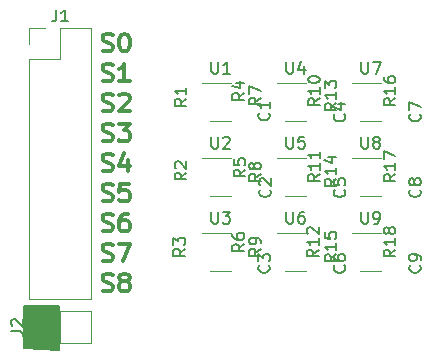
<source format=gbr>
G04 #@! TF.GenerationSoftware,KiCad,Pcbnew,5.0.0-fee4fd1~66~ubuntu16.04.1*
G04 #@! TF.CreationDate,2018-09-09T13:30:21+02:00*
G04 #@! TF.ProjectId,Tactile_Skin_Board,54616374696C655F536B696E5F426F61,rev?*
G04 #@! TF.SameCoordinates,Original*
G04 #@! TF.FileFunction,Legend,Top*
G04 #@! TF.FilePolarity,Positive*
%FSLAX46Y46*%
G04 Gerber Fmt 4.6, Leading zero omitted, Abs format (unit mm)*
G04 Created by KiCad (PCBNEW 5.0.0-fee4fd1~66~ubuntu16.04.1) date Sun Sep  9 13:30:21 2018*
%MOMM*%
%LPD*%
G01*
G04 APERTURE LIST*
%ADD10C,0.150000*%
%ADD11C,0.300000*%
%ADD12C,0.120000*%
G04 APERTURE END LIST*
D10*
G36*
X103200000Y-116200000D02*
X106200000Y-116200000D01*
X106200000Y-119900000D01*
X103200000Y-119800000D01*
X103200000Y-116200000D01*
G37*
X103200000Y-116200000D02*
X106200000Y-116200000D01*
X106200000Y-119900000D01*
X103200000Y-119800000D01*
X103200000Y-116200000D01*
D11*
X109857142Y-114907142D02*
X110071428Y-114978571D01*
X110428571Y-114978571D01*
X110571428Y-114907142D01*
X110642857Y-114835714D01*
X110714285Y-114692857D01*
X110714285Y-114550000D01*
X110642857Y-114407142D01*
X110571428Y-114335714D01*
X110428571Y-114264285D01*
X110142857Y-114192857D01*
X110000000Y-114121428D01*
X109928571Y-114050000D01*
X109857142Y-113907142D01*
X109857142Y-113764285D01*
X109928571Y-113621428D01*
X110000000Y-113550000D01*
X110142857Y-113478571D01*
X110500000Y-113478571D01*
X110714285Y-113550000D01*
X111571428Y-114121428D02*
X111428571Y-114050000D01*
X111357142Y-113978571D01*
X111285714Y-113835714D01*
X111285714Y-113764285D01*
X111357142Y-113621428D01*
X111428571Y-113550000D01*
X111571428Y-113478571D01*
X111857142Y-113478571D01*
X112000000Y-113550000D01*
X112071428Y-113621428D01*
X112142857Y-113764285D01*
X112142857Y-113835714D01*
X112071428Y-113978571D01*
X112000000Y-114050000D01*
X111857142Y-114121428D01*
X111571428Y-114121428D01*
X111428571Y-114192857D01*
X111357142Y-114264285D01*
X111285714Y-114407142D01*
X111285714Y-114692857D01*
X111357142Y-114835714D01*
X111428571Y-114907142D01*
X111571428Y-114978571D01*
X111857142Y-114978571D01*
X112000000Y-114907142D01*
X112071428Y-114835714D01*
X112142857Y-114692857D01*
X112142857Y-114407142D01*
X112071428Y-114264285D01*
X112000000Y-114192857D01*
X111857142Y-114121428D01*
X109857142Y-112367142D02*
X110071428Y-112438571D01*
X110428571Y-112438571D01*
X110571428Y-112367142D01*
X110642857Y-112295714D01*
X110714285Y-112152857D01*
X110714285Y-112010000D01*
X110642857Y-111867142D01*
X110571428Y-111795714D01*
X110428571Y-111724285D01*
X110142857Y-111652857D01*
X110000000Y-111581428D01*
X109928571Y-111510000D01*
X109857142Y-111367142D01*
X109857142Y-111224285D01*
X109928571Y-111081428D01*
X110000000Y-111010000D01*
X110142857Y-110938571D01*
X110500000Y-110938571D01*
X110714285Y-111010000D01*
X111214285Y-110938571D02*
X112214285Y-110938571D01*
X111571428Y-112438571D01*
X109857142Y-109827142D02*
X110071428Y-109898571D01*
X110428571Y-109898571D01*
X110571428Y-109827142D01*
X110642857Y-109755714D01*
X110714285Y-109612857D01*
X110714285Y-109470000D01*
X110642857Y-109327142D01*
X110571428Y-109255714D01*
X110428571Y-109184285D01*
X110142857Y-109112857D01*
X110000000Y-109041428D01*
X109928571Y-108970000D01*
X109857142Y-108827142D01*
X109857142Y-108684285D01*
X109928571Y-108541428D01*
X110000000Y-108470000D01*
X110142857Y-108398571D01*
X110500000Y-108398571D01*
X110714285Y-108470000D01*
X112000000Y-108398571D02*
X111714285Y-108398571D01*
X111571428Y-108470000D01*
X111500000Y-108541428D01*
X111357142Y-108755714D01*
X111285714Y-109041428D01*
X111285714Y-109612857D01*
X111357142Y-109755714D01*
X111428571Y-109827142D01*
X111571428Y-109898571D01*
X111857142Y-109898571D01*
X112000000Y-109827142D01*
X112071428Y-109755714D01*
X112142857Y-109612857D01*
X112142857Y-109255714D01*
X112071428Y-109112857D01*
X112000000Y-109041428D01*
X111857142Y-108970000D01*
X111571428Y-108970000D01*
X111428571Y-109041428D01*
X111357142Y-109112857D01*
X111285714Y-109255714D01*
X109857142Y-107287142D02*
X110071428Y-107358571D01*
X110428571Y-107358571D01*
X110571428Y-107287142D01*
X110642857Y-107215714D01*
X110714285Y-107072857D01*
X110714285Y-106930000D01*
X110642857Y-106787142D01*
X110571428Y-106715714D01*
X110428571Y-106644285D01*
X110142857Y-106572857D01*
X110000000Y-106501428D01*
X109928571Y-106430000D01*
X109857142Y-106287142D01*
X109857142Y-106144285D01*
X109928571Y-106001428D01*
X110000000Y-105930000D01*
X110142857Y-105858571D01*
X110500000Y-105858571D01*
X110714285Y-105930000D01*
X112071428Y-105858571D02*
X111357142Y-105858571D01*
X111285714Y-106572857D01*
X111357142Y-106501428D01*
X111500000Y-106430000D01*
X111857142Y-106430000D01*
X112000000Y-106501428D01*
X112071428Y-106572857D01*
X112142857Y-106715714D01*
X112142857Y-107072857D01*
X112071428Y-107215714D01*
X112000000Y-107287142D01*
X111857142Y-107358571D01*
X111500000Y-107358571D01*
X111357142Y-107287142D01*
X111285714Y-107215714D01*
X109857142Y-104747142D02*
X110071428Y-104818571D01*
X110428571Y-104818571D01*
X110571428Y-104747142D01*
X110642857Y-104675714D01*
X110714285Y-104532857D01*
X110714285Y-104390000D01*
X110642857Y-104247142D01*
X110571428Y-104175714D01*
X110428571Y-104104285D01*
X110142857Y-104032857D01*
X110000000Y-103961428D01*
X109928571Y-103890000D01*
X109857142Y-103747142D01*
X109857142Y-103604285D01*
X109928571Y-103461428D01*
X110000000Y-103390000D01*
X110142857Y-103318571D01*
X110500000Y-103318571D01*
X110714285Y-103390000D01*
X112000000Y-103818571D02*
X112000000Y-104818571D01*
X111642857Y-103247142D02*
X111285714Y-104318571D01*
X112214285Y-104318571D01*
X109857142Y-102207142D02*
X110071428Y-102278571D01*
X110428571Y-102278571D01*
X110571428Y-102207142D01*
X110642857Y-102135714D01*
X110714285Y-101992857D01*
X110714285Y-101850000D01*
X110642857Y-101707142D01*
X110571428Y-101635714D01*
X110428571Y-101564285D01*
X110142857Y-101492857D01*
X110000000Y-101421428D01*
X109928571Y-101350000D01*
X109857142Y-101207142D01*
X109857142Y-101064285D01*
X109928571Y-100921428D01*
X110000000Y-100850000D01*
X110142857Y-100778571D01*
X110500000Y-100778571D01*
X110714285Y-100850000D01*
X111214285Y-100778571D02*
X112142857Y-100778571D01*
X111642857Y-101350000D01*
X111857142Y-101350000D01*
X112000000Y-101421428D01*
X112071428Y-101492857D01*
X112142857Y-101635714D01*
X112142857Y-101992857D01*
X112071428Y-102135714D01*
X112000000Y-102207142D01*
X111857142Y-102278571D01*
X111428571Y-102278571D01*
X111285714Y-102207142D01*
X111214285Y-102135714D01*
X109857142Y-99667142D02*
X110071428Y-99738571D01*
X110428571Y-99738571D01*
X110571428Y-99667142D01*
X110642857Y-99595714D01*
X110714285Y-99452857D01*
X110714285Y-99310000D01*
X110642857Y-99167142D01*
X110571428Y-99095714D01*
X110428571Y-99024285D01*
X110142857Y-98952857D01*
X110000000Y-98881428D01*
X109928571Y-98810000D01*
X109857142Y-98667142D01*
X109857142Y-98524285D01*
X109928571Y-98381428D01*
X110000000Y-98310000D01*
X110142857Y-98238571D01*
X110500000Y-98238571D01*
X110714285Y-98310000D01*
X111285714Y-98381428D02*
X111357142Y-98310000D01*
X111500000Y-98238571D01*
X111857142Y-98238571D01*
X112000000Y-98310000D01*
X112071428Y-98381428D01*
X112142857Y-98524285D01*
X112142857Y-98667142D01*
X112071428Y-98881428D01*
X111214285Y-99738571D01*
X112142857Y-99738571D01*
X109857142Y-97127142D02*
X110071428Y-97198571D01*
X110428571Y-97198571D01*
X110571428Y-97127142D01*
X110642857Y-97055714D01*
X110714285Y-96912857D01*
X110714285Y-96770000D01*
X110642857Y-96627142D01*
X110571428Y-96555714D01*
X110428571Y-96484285D01*
X110142857Y-96412857D01*
X110000000Y-96341428D01*
X109928571Y-96270000D01*
X109857142Y-96127142D01*
X109857142Y-95984285D01*
X109928571Y-95841428D01*
X110000000Y-95770000D01*
X110142857Y-95698571D01*
X110500000Y-95698571D01*
X110714285Y-95770000D01*
X112142857Y-97198571D02*
X111285714Y-97198571D01*
X111714285Y-97198571D02*
X111714285Y-95698571D01*
X111571428Y-95912857D01*
X111428571Y-96055714D01*
X111285714Y-96127142D01*
X109857142Y-94587142D02*
X110071428Y-94658571D01*
X110428571Y-94658571D01*
X110571428Y-94587142D01*
X110642857Y-94515714D01*
X110714285Y-94372857D01*
X110714285Y-94230000D01*
X110642857Y-94087142D01*
X110571428Y-94015714D01*
X110428571Y-93944285D01*
X110142857Y-93872857D01*
X110000000Y-93801428D01*
X109928571Y-93730000D01*
X109857142Y-93587142D01*
X109857142Y-93444285D01*
X109928571Y-93301428D01*
X110000000Y-93230000D01*
X110142857Y-93158571D01*
X110500000Y-93158571D01*
X110714285Y-93230000D01*
X111642857Y-93158571D02*
X111785714Y-93158571D01*
X111928571Y-93230000D01*
X112000000Y-93301428D01*
X112071428Y-93444285D01*
X112142857Y-93730000D01*
X112142857Y-94087142D01*
X112071428Y-94372857D01*
X112000000Y-94515714D01*
X111928571Y-94587142D01*
X111785714Y-94658571D01*
X111642857Y-94658571D01*
X111500000Y-94587142D01*
X111428571Y-94515714D01*
X111357142Y-94372857D01*
X111285714Y-94087142D01*
X111285714Y-93730000D01*
X111357142Y-93444285D01*
X111428571Y-93301428D01*
X111500000Y-93230000D01*
X111642857Y-93158571D01*
D12*
G04 #@! TO.C,J2*
X108870000Y-119330000D02*
X108870000Y-116670000D01*
X106270000Y-119330000D02*
X108870000Y-119330000D01*
X106270000Y-116670000D02*
X108870000Y-116670000D01*
X106270000Y-119330000D02*
X106270000Y-116670000D01*
X105000000Y-119330000D02*
X103670000Y-119330000D01*
X103670000Y-119330000D02*
X103670000Y-118000000D01*
G04 #@! TO.C,U1*
X118940000Y-100590000D02*
X120740000Y-100590000D01*
X120740000Y-97370000D02*
X118290000Y-97370000D01*
G04 #@! TO.C,U2*
X120740000Y-103720000D02*
X118290000Y-103720000D01*
X118940000Y-106940000D02*
X120740000Y-106940000D01*
G04 #@! TO.C,U3*
X120740000Y-110070000D02*
X118290000Y-110070000D01*
X118940000Y-113290000D02*
X120740000Y-113290000D01*
G04 #@! TO.C,U4*
X127090000Y-97370000D02*
X124640000Y-97370000D01*
X125290000Y-100590000D02*
X127090000Y-100590000D01*
G04 #@! TO.C,U5*
X125290000Y-106940000D02*
X127090000Y-106940000D01*
X127090000Y-103720000D02*
X124640000Y-103720000D01*
G04 #@! TO.C,U6*
X125290000Y-113290000D02*
X127090000Y-113290000D01*
X127090000Y-110070000D02*
X124640000Y-110070000D01*
G04 #@! TO.C,U7*
X133440000Y-97370000D02*
X130990000Y-97370000D01*
X131640000Y-100590000D02*
X133440000Y-100590000D01*
G04 #@! TO.C,U8*
X131640000Y-106940000D02*
X133440000Y-106940000D01*
X133440000Y-103720000D02*
X130990000Y-103720000D01*
G04 #@! TO.C,U9*
X131640000Y-113290000D02*
X133440000Y-113290000D01*
X133440000Y-110070000D02*
X130990000Y-110070000D01*
G04 #@! TO.C,J1*
X103670000Y-115650000D02*
X108870000Y-115650000D01*
X103670000Y-95270000D02*
X103670000Y-115650000D01*
X108870000Y-92670000D02*
X108870000Y-115650000D01*
X103670000Y-95270000D02*
X106270000Y-95270000D01*
X106270000Y-95270000D02*
X106270000Y-92670000D01*
X106270000Y-92670000D02*
X108870000Y-92670000D01*
X103670000Y-94000000D02*
X103670000Y-92670000D01*
X103670000Y-92670000D02*
X105000000Y-92670000D01*
G04 #@! TO.C,C1*
D10*
X123927142Y-99866666D02*
X123974761Y-99914285D01*
X124022380Y-100057142D01*
X124022380Y-100152380D01*
X123974761Y-100295238D01*
X123879523Y-100390476D01*
X123784285Y-100438095D01*
X123593809Y-100485714D01*
X123450952Y-100485714D01*
X123260476Y-100438095D01*
X123165238Y-100390476D01*
X123070000Y-100295238D01*
X123022380Y-100152380D01*
X123022380Y-100057142D01*
X123070000Y-99914285D01*
X123117619Y-99866666D01*
X124022380Y-98914285D02*
X124022380Y-99485714D01*
X124022380Y-99200000D02*
X123022380Y-99200000D01*
X123165238Y-99295238D01*
X123260476Y-99390476D01*
X123308095Y-99485714D01*
G04 #@! TO.C,C2*
X124027142Y-106366666D02*
X124074761Y-106414285D01*
X124122380Y-106557142D01*
X124122380Y-106652380D01*
X124074761Y-106795238D01*
X123979523Y-106890476D01*
X123884285Y-106938095D01*
X123693809Y-106985714D01*
X123550952Y-106985714D01*
X123360476Y-106938095D01*
X123265238Y-106890476D01*
X123170000Y-106795238D01*
X123122380Y-106652380D01*
X123122380Y-106557142D01*
X123170000Y-106414285D01*
X123217619Y-106366666D01*
X123217619Y-105985714D02*
X123170000Y-105938095D01*
X123122380Y-105842857D01*
X123122380Y-105604761D01*
X123170000Y-105509523D01*
X123217619Y-105461904D01*
X123312857Y-105414285D01*
X123408095Y-105414285D01*
X123550952Y-105461904D01*
X124122380Y-106033333D01*
X124122380Y-105414285D01*
G04 #@! TO.C,C3*
X123927142Y-112766666D02*
X123974761Y-112814285D01*
X124022380Y-112957142D01*
X124022380Y-113052380D01*
X123974761Y-113195238D01*
X123879523Y-113290476D01*
X123784285Y-113338095D01*
X123593809Y-113385714D01*
X123450952Y-113385714D01*
X123260476Y-113338095D01*
X123165238Y-113290476D01*
X123070000Y-113195238D01*
X123022380Y-113052380D01*
X123022380Y-112957142D01*
X123070000Y-112814285D01*
X123117619Y-112766666D01*
X123022380Y-112433333D02*
X123022380Y-111814285D01*
X123403333Y-112147619D01*
X123403333Y-112004761D01*
X123450952Y-111909523D01*
X123498571Y-111861904D01*
X123593809Y-111814285D01*
X123831904Y-111814285D01*
X123927142Y-111861904D01*
X123974761Y-111909523D01*
X124022380Y-112004761D01*
X124022380Y-112290476D01*
X123974761Y-112385714D01*
X123927142Y-112433333D01*
G04 #@! TO.C,C4*
X130327142Y-99966666D02*
X130374761Y-100014285D01*
X130422380Y-100157142D01*
X130422380Y-100252380D01*
X130374761Y-100395238D01*
X130279523Y-100490476D01*
X130184285Y-100538095D01*
X129993809Y-100585714D01*
X129850952Y-100585714D01*
X129660476Y-100538095D01*
X129565238Y-100490476D01*
X129470000Y-100395238D01*
X129422380Y-100252380D01*
X129422380Y-100157142D01*
X129470000Y-100014285D01*
X129517619Y-99966666D01*
X129755714Y-99109523D02*
X130422380Y-99109523D01*
X129374761Y-99347619D02*
X130089047Y-99585714D01*
X130089047Y-98966666D01*
G04 #@! TO.C,C5*
X130327142Y-106366666D02*
X130374761Y-106414285D01*
X130422380Y-106557142D01*
X130422380Y-106652380D01*
X130374761Y-106795238D01*
X130279523Y-106890476D01*
X130184285Y-106938095D01*
X129993809Y-106985714D01*
X129850952Y-106985714D01*
X129660476Y-106938095D01*
X129565238Y-106890476D01*
X129470000Y-106795238D01*
X129422380Y-106652380D01*
X129422380Y-106557142D01*
X129470000Y-106414285D01*
X129517619Y-106366666D01*
X129422380Y-105461904D02*
X129422380Y-105938095D01*
X129898571Y-105985714D01*
X129850952Y-105938095D01*
X129803333Y-105842857D01*
X129803333Y-105604761D01*
X129850952Y-105509523D01*
X129898571Y-105461904D01*
X129993809Y-105414285D01*
X130231904Y-105414285D01*
X130327142Y-105461904D01*
X130374761Y-105509523D01*
X130422380Y-105604761D01*
X130422380Y-105842857D01*
X130374761Y-105938095D01*
X130327142Y-105985714D01*
G04 #@! TO.C,C6*
X130327142Y-112766666D02*
X130374761Y-112814285D01*
X130422380Y-112957142D01*
X130422380Y-113052380D01*
X130374761Y-113195238D01*
X130279523Y-113290476D01*
X130184285Y-113338095D01*
X129993809Y-113385714D01*
X129850952Y-113385714D01*
X129660476Y-113338095D01*
X129565238Y-113290476D01*
X129470000Y-113195238D01*
X129422380Y-113052380D01*
X129422380Y-112957142D01*
X129470000Y-112814285D01*
X129517619Y-112766666D01*
X129422380Y-111909523D02*
X129422380Y-112100000D01*
X129470000Y-112195238D01*
X129517619Y-112242857D01*
X129660476Y-112338095D01*
X129850952Y-112385714D01*
X130231904Y-112385714D01*
X130327142Y-112338095D01*
X130374761Y-112290476D01*
X130422380Y-112195238D01*
X130422380Y-112004761D01*
X130374761Y-111909523D01*
X130327142Y-111861904D01*
X130231904Y-111814285D01*
X129993809Y-111814285D01*
X129898571Y-111861904D01*
X129850952Y-111909523D01*
X129803333Y-112004761D01*
X129803333Y-112195238D01*
X129850952Y-112290476D01*
X129898571Y-112338095D01*
X129993809Y-112385714D01*
G04 #@! TO.C,C7*
X136727142Y-99966666D02*
X136774761Y-100014285D01*
X136822380Y-100157142D01*
X136822380Y-100252380D01*
X136774761Y-100395238D01*
X136679523Y-100490476D01*
X136584285Y-100538095D01*
X136393809Y-100585714D01*
X136250952Y-100585714D01*
X136060476Y-100538095D01*
X135965238Y-100490476D01*
X135870000Y-100395238D01*
X135822380Y-100252380D01*
X135822380Y-100157142D01*
X135870000Y-100014285D01*
X135917619Y-99966666D01*
X135822380Y-99633333D02*
X135822380Y-98966666D01*
X136822380Y-99395238D01*
G04 #@! TO.C,C8*
X136727142Y-106366666D02*
X136774761Y-106414285D01*
X136822380Y-106557142D01*
X136822380Y-106652380D01*
X136774761Y-106795238D01*
X136679523Y-106890476D01*
X136584285Y-106938095D01*
X136393809Y-106985714D01*
X136250952Y-106985714D01*
X136060476Y-106938095D01*
X135965238Y-106890476D01*
X135870000Y-106795238D01*
X135822380Y-106652380D01*
X135822380Y-106557142D01*
X135870000Y-106414285D01*
X135917619Y-106366666D01*
X136250952Y-105795238D02*
X136203333Y-105890476D01*
X136155714Y-105938095D01*
X136060476Y-105985714D01*
X136012857Y-105985714D01*
X135917619Y-105938095D01*
X135870000Y-105890476D01*
X135822380Y-105795238D01*
X135822380Y-105604761D01*
X135870000Y-105509523D01*
X135917619Y-105461904D01*
X136012857Y-105414285D01*
X136060476Y-105414285D01*
X136155714Y-105461904D01*
X136203333Y-105509523D01*
X136250952Y-105604761D01*
X136250952Y-105795238D01*
X136298571Y-105890476D01*
X136346190Y-105938095D01*
X136441428Y-105985714D01*
X136631904Y-105985714D01*
X136727142Y-105938095D01*
X136774761Y-105890476D01*
X136822380Y-105795238D01*
X136822380Y-105604761D01*
X136774761Y-105509523D01*
X136727142Y-105461904D01*
X136631904Y-105414285D01*
X136441428Y-105414285D01*
X136346190Y-105461904D01*
X136298571Y-105509523D01*
X136250952Y-105604761D01*
G04 #@! TO.C,C9*
X136727142Y-112766666D02*
X136774761Y-112814285D01*
X136822380Y-112957142D01*
X136822380Y-113052380D01*
X136774761Y-113195238D01*
X136679523Y-113290476D01*
X136584285Y-113338095D01*
X136393809Y-113385714D01*
X136250952Y-113385714D01*
X136060476Y-113338095D01*
X135965238Y-113290476D01*
X135870000Y-113195238D01*
X135822380Y-113052380D01*
X135822380Y-112957142D01*
X135870000Y-112814285D01*
X135917619Y-112766666D01*
X136822380Y-112290476D02*
X136822380Y-112100000D01*
X136774761Y-112004761D01*
X136727142Y-111957142D01*
X136584285Y-111861904D01*
X136393809Y-111814285D01*
X136012857Y-111814285D01*
X135917619Y-111861904D01*
X135870000Y-111909523D01*
X135822380Y-112004761D01*
X135822380Y-112195238D01*
X135870000Y-112290476D01*
X135917619Y-112338095D01*
X136012857Y-112385714D01*
X136250952Y-112385714D01*
X136346190Y-112338095D01*
X136393809Y-112290476D01*
X136441428Y-112195238D01*
X136441428Y-112004761D01*
X136393809Y-111909523D01*
X136346190Y-111861904D01*
X136250952Y-111814285D01*
G04 #@! TO.C,J2*
X102122380Y-118333333D02*
X102836666Y-118333333D01*
X102979523Y-118380952D01*
X103074761Y-118476190D01*
X103122380Y-118619047D01*
X103122380Y-118714285D01*
X102217619Y-117904761D02*
X102170000Y-117857142D01*
X102122380Y-117761904D01*
X102122380Y-117523809D01*
X102170000Y-117428571D01*
X102217619Y-117380952D01*
X102312857Y-117333333D01*
X102408095Y-117333333D01*
X102550952Y-117380952D01*
X103122380Y-117952380D01*
X103122380Y-117333333D01*
G04 #@! TO.C,R1*
X116952380Y-98666666D02*
X116476190Y-99000000D01*
X116952380Y-99238095D02*
X115952380Y-99238095D01*
X115952380Y-98857142D01*
X116000000Y-98761904D01*
X116047619Y-98714285D01*
X116142857Y-98666666D01*
X116285714Y-98666666D01*
X116380952Y-98714285D01*
X116428571Y-98761904D01*
X116476190Y-98857142D01*
X116476190Y-99238095D01*
X116952380Y-97714285D02*
X116952380Y-98285714D01*
X116952380Y-98000000D02*
X115952380Y-98000000D01*
X116095238Y-98095238D01*
X116190476Y-98190476D01*
X116238095Y-98285714D01*
G04 #@! TO.C,R2*
X116952380Y-104916666D02*
X116476190Y-105250000D01*
X116952380Y-105488095D02*
X115952380Y-105488095D01*
X115952380Y-105107142D01*
X116000000Y-105011904D01*
X116047619Y-104964285D01*
X116142857Y-104916666D01*
X116285714Y-104916666D01*
X116380952Y-104964285D01*
X116428571Y-105011904D01*
X116476190Y-105107142D01*
X116476190Y-105488095D01*
X116047619Y-104535714D02*
X116000000Y-104488095D01*
X115952380Y-104392857D01*
X115952380Y-104154761D01*
X116000000Y-104059523D01*
X116047619Y-104011904D01*
X116142857Y-103964285D01*
X116238095Y-103964285D01*
X116380952Y-104011904D01*
X116952380Y-104583333D01*
X116952380Y-103964285D01*
G04 #@! TO.C,R3*
X116852380Y-111366666D02*
X116376190Y-111700000D01*
X116852380Y-111938095D02*
X115852380Y-111938095D01*
X115852380Y-111557142D01*
X115900000Y-111461904D01*
X115947619Y-111414285D01*
X116042857Y-111366666D01*
X116185714Y-111366666D01*
X116280952Y-111414285D01*
X116328571Y-111461904D01*
X116376190Y-111557142D01*
X116376190Y-111938095D01*
X115852380Y-111033333D02*
X115852380Y-110414285D01*
X116233333Y-110747619D01*
X116233333Y-110604761D01*
X116280952Y-110509523D01*
X116328571Y-110461904D01*
X116423809Y-110414285D01*
X116661904Y-110414285D01*
X116757142Y-110461904D01*
X116804761Y-110509523D01*
X116852380Y-110604761D01*
X116852380Y-110890476D01*
X116804761Y-110985714D01*
X116757142Y-111033333D01*
G04 #@! TO.C,R4*
X121852380Y-98166666D02*
X121376190Y-98500000D01*
X121852380Y-98738095D02*
X120852380Y-98738095D01*
X120852380Y-98357142D01*
X120900000Y-98261904D01*
X120947619Y-98214285D01*
X121042857Y-98166666D01*
X121185714Y-98166666D01*
X121280952Y-98214285D01*
X121328571Y-98261904D01*
X121376190Y-98357142D01*
X121376190Y-98738095D01*
X121185714Y-97309523D02*
X121852380Y-97309523D01*
X120804761Y-97547619D02*
X121519047Y-97785714D01*
X121519047Y-97166666D01*
G04 #@! TO.C,R5*
X121952380Y-104666666D02*
X121476190Y-105000000D01*
X121952380Y-105238095D02*
X120952380Y-105238095D01*
X120952380Y-104857142D01*
X121000000Y-104761904D01*
X121047619Y-104714285D01*
X121142857Y-104666666D01*
X121285714Y-104666666D01*
X121380952Y-104714285D01*
X121428571Y-104761904D01*
X121476190Y-104857142D01*
X121476190Y-105238095D01*
X120952380Y-103761904D02*
X120952380Y-104238095D01*
X121428571Y-104285714D01*
X121380952Y-104238095D01*
X121333333Y-104142857D01*
X121333333Y-103904761D01*
X121380952Y-103809523D01*
X121428571Y-103761904D01*
X121523809Y-103714285D01*
X121761904Y-103714285D01*
X121857142Y-103761904D01*
X121904761Y-103809523D01*
X121952380Y-103904761D01*
X121952380Y-104142857D01*
X121904761Y-104238095D01*
X121857142Y-104285714D01*
G04 #@! TO.C,R6*
X121852380Y-110966666D02*
X121376190Y-111300000D01*
X121852380Y-111538095D02*
X120852380Y-111538095D01*
X120852380Y-111157142D01*
X120900000Y-111061904D01*
X120947619Y-111014285D01*
X121042857Y-110966666D01*
X121185714Y-110966666D01*
X121280952Y-111014285D01*
X121328571Y-111061904D01*
X121376190Y-111157142D01*
X121376190Y-111538095D01*
X120852380Y-110109523D02*
X120852380Y-110300000D01*
X120900000Y-110395238D01*
X120947619Y-110442857D01*
X121090476Y-110538095D01*
X121280952Y-110585714D01*
X121661904Y-110585714D01*
X121757142Y-110538095D01*
X121804761Y-110490476D01*
X121852380Y-110395238D01*
X121852380Y-110204761D01*
X121804761Y-110109523D01*
X121757142Y-110061904D01*
X121661904Y-110014285D01*
X121423809Y-110014285D01*
X121328571Y-110061904D01*
X121280952Y-110109523D01*
X121233333Y-110204761D01*
X121233333Y-110395238D01*
X121280952Y-110490476D01*
X121328571Y-110538095D01*
X121423809Y-110585714D01*
G04 #@! TO.C,R7*
X123252380Y-98566666D02*
X122776190Y-98900000D01*
X123252380Y-99138095D02*
X122252380Y-99138095D01*
X122252380Y-98757142D01*
X122300000Y-98661904D01*
X122347619Y-98614285D01*
X122442857Y-98566666D01*
X122585714Y-98566666D01*
X122680952Y-98614285D01*
X122728571Y-98661904D01*
X122776190Y-98757142D01*
X122776190Y-99138095D01*
X122252380Y-98233333D02*
X122252380Y-97566666D01*
X123252380Y-97995238D01*
G04 #@! TO.C,R8*
X123252380Y-105016666D02*
X122776190Y-105350000D01*
X123252380Y-105588095D02*
X122252380Y-105588095D01*
X122252380Y-105207142D01*
X122300000Y-105111904D01*
X122347619Y-105064285D01*
X122442857Y-105016666D01*
X122585714Y-105016666D01*
X122680952Y-105064285D01*
X122728571Y-105111904D01*
X122776190Y-105207142D01*
X122776190Y-105588095D01*
X122680952Y-104445238D02*
X122633333Y-104540476D01*
X122585714Y-104588095D01*
X122490476Y-104635714D01*
X122442857Y-104635714D01*
X122347619Y-104588095D01*
X122300000Y-104540476D01*
X122252380Y-104445238D01*
X122252380Y-104254761D01*
X122300000Y-104159523D01*
X122347619Y-104111904D01*
X122442857Y-104064285D01*
X122490476Y-104064285D01*
X122585714Y-104111904D01*
X122633333Y-104159523D01*
X122680952Y-104254761D01*
X122680952Y-104445238D01*
X122728571Y-104540476D01*
X122776190Y-104588095D01*
X122871428Y-104635714D01*
X123061904Y-104635714D01*
X123157142Y-104588095D01*
X123204761Y-104540476D01*
X123252380Y-104445238D01*
X123252380Y-104254761D01*
X123204761Y-104159523D01*
X123157142Y-104111904D01*
X123061904Y-104064285D01*
X122871428Y-104064285D01*
X122776190Y-104111904D01*
X122728571Y-104159523D01*
X122680952Y-104254761D01*
G04 #@! TO.C,R9*
X123252380Y-111366666D02*
X122776190Y-111700000D01*
X123252380Y-111938095D02*
X122252380Y-111938095D01*
X122252380Y-111557142D01*
X122300000Y-111461904D01*
X122347619Y-111414285D01*
X122442857Y-111366666D01*
X122585714Y-111366666D01*
X122680952Y-111414285D01*
X122728571Y-111461904D01*
X122776190Y-111557142D01*
X122776190Y-111938095D01*
X123252380Y-110890476D02*
X123252380Y-110700000D01*
X123204761Y-110604761D01*
X123157142Y-110557142D01*
X123014285Y-110461904D01*
X122823809Y-110414285D01*
X122442857Y-110414285D01*
X122347619Y-110461904D01*
X122300000Y-110509523D01*
X122252380Y-110604761D01*
X122252380Y-110795238D01*
X122300000Y-110890476D01*
X122347619Y-110938095D01*
X122442857Y-110985714D01*
X122680952Y-110985714D01*
X122776190Y-110938095D01*
X122823809Y-110890476D01*
X122871428Y-110795238D01*
X122871428Y-110604761D01*
X122823809Y-110509523D01*
X122776190Y-110461904D01*
X122680952Y-110414285D01*
G04 #@! TO.C,R10*
X128252380Y-98642857D02*
X127776190Y-98976190D01*
X128252380Y-99214285D02*
X127252380Y-99214285D01*
X127252380Y-98833333D01*
X127300000Y-98738095D01*
X127347619Y-98690476D01*
X127442857Y-98642857D01*
X127585714Y-98642857D01*
X127680952Y-98690476D01*
X127728571Y-98738095D01*
X127776190Y-98833333D01*
X127776190Y-99214285D01*
X128252380Y-97690476D02*
X128252380Y-98261904D01*
X128252380Y-97976190D02*
X127252380Y-97976190D01*
X127395238Y-98071428D01*
X127490476Y-98166666D01*
X127538095Y-98261904D01*
X127252380Y-97071428D02*
X127252380Y-96976190D01*
X127300000Y-96880952D01*
X127347619Y-96833333D01*
X127442857Y-96785714D01*
X127633333Y-96738095D01*
X127871428Y-96738095D01*
X128061904Y-96785714D01*
X128157142Y-96833333D01*
X128204761Y-96880952D01*
X128252380Y-96976190D01*
X128252380Y-97071428D01*
X128204761Y-97166666D01*
X128157142Y-97214285D01*
X128061904Y-97261904D01*
X127871428Y-97309523D01*
X127633333Y-97309523D01*
X127442857Y-97261904D01*
X127347619Y-97214285D01*
X127300000Y-97166666D01*
X127252380Y-97071428D01*
G04 #@! TO.C,R11*
X128252380Y-105042857D02*
X127776190Y-105376190D01*
X128252380Y-105614285D02*
X127252380Y-105614285D01*
X127252380Y-105233333D01*
X127300000Y-105138095D01*
X127347619Y-105090476D01*
X127442857Y-105042857D01*
X127585714Y-105042857D01*
X127680952Y-105090476D01*
X127728571Y-105138095D01*
X127776190Y-105233333D01*
X127776190Y-105614285D01*
X128252380Y-104090476D02*
X128252380Y-104661904D01*
X128252380Y-104376190D02*
X127252380Y-104376190D01*
X127395238Y-104471428D01*
X127490476Y-104566666D01*
X127538095Y-104661904D01*
X128252380Y-103138095D02*
X128252380Y-103709523D01*
X128252380Y-103423809D02*
X127252380Y-103423809D01*
X127395238Y-103519047D01*
X127490476Y-103614285D01*
X127538095Y-103709523D01*
G04 #@! TO.C,R12*
X128152380Y-111442857D02*
X127676190Y-111776190D01*
X128152380Y-112014285D02*
X127152380Y-112014285D01*
X127152380Y-111633333D01*
X127200000Y-111538095D01*
X127247619Y-111490476D01*
X127342857Y-111442857D01*
X127485714Y-111442857D01*
X127580952Y-111490476D01*
X127628571Y-111538095D01*
X127676190Y-111633333D01*
X127676190Y-112014285D01*
X128152380Y-110490476D02*
X128152380Y-111061904D01*
X128152380Y-110776190D02*
X127152380Y-110776190D01*
X127295238Y-110871428D01*
X127390476Y-110966666D01*
X127438095Y-111061904D01*
X127247619Y-110109523D02*
X127200000Y-110061904D01*
X127152380Y-109966666D01*
X127152380Y-109728571D01*
X127200000Y-109633333D01*
X127247619Y-109585714D01*
X127342857Y-109538095D01*
X127438095Y-109538095D01*
X127580952Y-109585714D01*
X128152380Y-110157142D01*
X128152380Y-109538095D01*
G04 #@! TO.C,R13*
X129652380Y-99042857D02*
X129176190Y-99376190D01*
X129652380Y-99614285D02*
X128652380Y-99614285D01*
X128652380Y-99233333D01*
X128700000Y-99138095D01*
X128747619Y-99090476D01*
X128842857Y-99042857D01*
X128985714Y-99042857D01*
X129080952Y-99090476D01*
X129128571Y-99138095D01*
X129176190Y-99233333D01*
X129176190Y-99614285D01*
X129652380Y-98090476D02*
X129652380Y-98661904D01*
X129652380Y-98376190D02*
X128652380Y-98376190D01*
X128795238Y-98471428D01*
X128890476Y-98566666D01*
X128938095Y-98661904D01*
X128652380Y-97757142D02*
X128652380Y-97138095D01*
X129033333Y-97471428D01*
X129033333Y-97328571D01*
X129080952Y-97233333D01*
X129128571Y-97185714D01*
X129223809Y-97138095D01*
X129461904Y-97138095D01*
X129557142Y-97185714D01*
X129604761Y-97233333D01*
X129652380Y-97328571D01*
X129652380Y-97614285D01*
X129604761Y-97709523D01*
X129557142Y-97757142D01*
G04 #@! TO.C,R14*
X129652380Y-105442857D02*
X129176190Y-105776190D01*
X129652380Y-106014285D02*
X128652380Y-106014285D01*
X128652380Y-105633333D01*
X128700000Y-105538095D01*
X128747619Y-105490476D01*
X128842857Y-105442857D01*
X128985714Y-105442857D01*
X129080952Y-105490476D01*
X129128571Y-105538095D01*
X129176190Y-105633333D01*
X129176190Y-106014285D01*
X129652380Y-104490476D02*
X129652380Y-105061904D01*
X129652380Y-104776190D02*
X128652380Y-104776190D01*
X128795238Y-104871428D01*
X128890476Y-104966666D01*
X128938095Y-105061904D01*
X128985714Y-103633333D02*
X129652380Y-103633333D01*
X128604761Y-103871428D02*
X129319047Y-104109523D01*
X129319047Y-103490476D01*
G04 #@! TO.C,R15*
X129652380Y-111842857D02*
X129176190Y-112176190D01*
X129652380Y-112414285D02*
X128652380Y-112414285D01*
X128652380Y-112033333D01*
X128700000Y-111938095D01*
X128747619Y-111890476D01*
X128842857Y-111842857D01*
X128985714Y-111842857D01*
X129080952Y-111890476D01*
X129128571Y-111938095D01*
X129176190Y-112033333D01*
X129176190Y-112414285D01*
X129652380Y-110890476D02*
X129652380Y-111461904D01*
X129652380Y-111176190D02*
X128652380Y-111176190D01*
X128795238Y-111271428D01*
X128890476Y-111366666D01*
X128938095Y-111461904D01*
X128652380Y-109985714D02*
X128652380Y-110461904D01*
X129128571Y-110509523D01*
X129080952Y-110461904D01*
X129033333Y-110366666D01*
X129033333Y-110128571D01*
X129080952Y-110033333D01*
X129128571Y-109985714D01*
X129223809Y-109938095D01*
X129461904Y-109938095D01*
X129557142Y-109985714D01*
X129604761Y-110033333D01*
X129652380Y-110128571D01*
X129652380Y-110366666D01*
X129604761Y-110461904D01*
X129557142Y-110509523D01*
G04 #@! TO.C,R16*
X134652380Y-98642857D02*
X134176190Y-98976190D01*
X134652380Y-99214285D02*
X133652380Y-99214285D01*
X133652380Y-98833333D01*
X133700000Y-98738095D01*
X133747619Y-98690476D01*
X133842857Y-98642857D01*
X133985714Y-98642857D01*
X134080952Y-98690476D01*
X134128571Y-98738095D01*
X134176190Y-98833333D01*
X134176190Y-99214285D01*
X134652380Y-97690476D02*
X134652380Y-98261904D01*
X134652380Y-97976190D02*
X133652380Y-97976190D01*
X133795238Y-98071428D01*
X133890476Y-98166666D01*
X133938095Y-98261904D01*
X133652380Y-96833333D02*
X133652380Y-97023809D01*
X133700000Y-97119047D01*
X133747619Y-97166666D01*
X133890476Y-97261904D01*
X134080952Y-97309523D01*
X134461904Y-97309523D01*
X134557142Y-97261904D01*
X134604761Y-97214285D01*
X134652380Y-97119047D01*
X134652380Y-96928571D01*
X134604761Y-96833333D01*
X134557142Y-96785714D01*
X134461904Y-96738095D01*
X134223809Y-96738095D01*
X134128571Y-96785714D01*
X134080952Y-96833333D01*
X134033333Y-96928571D01*
X134033333Y-97119047D01*
X134080952Y-97214285D01*
X134128571Y-97261904D01*
X134223809Y-97309523D01*
G04 #@! TO.C,R17*
X134652380Y-105042857D02*
X134176190Y-105376190D01*
X134652380Y-105614285D02*
X133652380Y-105614285D01*
X133652380Y-105233333D01*
X133700000Y-105138095D01*
X133747619Y-105090476D01*
X133842857Y-105042857D01*
X133985714Y-105042857D01*
X134080952Y-105090476D01*
X134128571Y-105138095D01*
X134176190Y-105233333D01*
X134176190Y-105614285D01*
X134652380Y-104090476D02*
X134652380Y-104661904D01*
X134652380Y-104376190D02*
X133652380Y-104376190D01*
X133795238Y-104471428D01*
X133890476Y-104566666D01*
X133938095Y-104661904D01*
X133652380Y-103757142D02*
X133652380Y-103090476D01*
X134652380Y-103519047D01*
G04 #@! TO.C,R18*
X134652380Y-111442857D02*
X134176190Y-111776190D01*
X134652380Y-112014285D02*
X133652380Y-112014285D01*
X133652380Y-111633333D01*
X133700000Y-111538095D01*
X133747619Y-111490476D01*
X133842857Y-111442857D01*
X133985714Y-111442857D01*
X134080952Y-111490476D01*
X134128571Y-111538095D01*
X134176190Y-111633333D01*
X134176190Y-112014285D01*
X134652380Y-110490476D02*
X134652380Y-111061904D01*
X134652380Y-110776190D02*
X133652380Y-110776190D01*
X133795238Y-110871428D01*
X133890476Y-110966666D01*
X133938095Y-111061904D01*
X134080952Y-109919047D02*
X134033333Y-110014285D01*
X133985714Y-110061904D01*
X133890476Y-110109523D01*
X133842857Y-110109523D01*
X133747619Y-110061904D01*
X133700000Y-110014285D01*
X133652380Y-109919047D01*
X133652380Y-109728571D01*
X133700000Y-109633333D01*
X133747619Y-109585714D01*
X133842857Y-109538095D01*
X133890476Y-109538095D01*
X133985714Y-109585714D01*
X134033333Y-109633333D01*
X134080952Y-109728571D01*
X134080952Y-109919047D01*
X134128571Y-110014285D01*
X134176190Y-110061904D01*
X134271428Y-110109523D01*
X134461904Y-110109523D01*
X134557142Y-110061904D01*
X134604761Y-110014285D01*
X134652380Y-109919047D01*
X134652380Y-109728571D01*
X134604761Y-109633333D01*
X134557142Y-109585714D01*
X134461904Y-109538095D01*
X134271428Y-109538095D01*
X134176190Y-109585714D01*
X134128571Y-109633333D01*
X134080952Y-109728571D01*
G04 #@! TO.C,U1*
X119078095Y-95532380D02*
X119078095Y-96341904D01*
X119125714Y-96437142D01*
X119173333Y-96484761D01*
X119268571Y-96532380D01*
X119459047Y-96532380D01*
X119554285Y-96484761D01*
X119601904Y-96437142D01*
X119649523Y-96341904D01*
X119649523Y-95532380D01*
X120649523Y-96532380D02*
X120078095Y-96532380D01*
X120363809Y-96532380D02*
X120363809Y-95532380D01*
X120268571Y-95675238D01*
X120173333Y-95770476D01*
X120078095Y-95818095D01*
G04 #@! TO.C,U2*
X119078095Y-101882380D02*
X119078095Y-102691904D01*
X119125714Y-102787142D01*
X119173333Y-102834761D01*
X119268571Y-102882380D01*
X119459047Y-102882380D01*
X119554285Y-102834761D01*
X119601904Y-102787142D01*
X119649523Y-102691904D01*
X119649523Y-101882380D01*
X120078095Y-101977619D02*
X120125714Y-101930000D01*
X120220952Y-101882380D01*
X120459047Y-101882380D01*
X120554285Y-101930000D01*
X120601904Y-101977619D01*
X120649523Y-102072857D01*
X120649523Y-102168095D01*
X120601904Y-102310952D01*
X120030476Y-102882380D01*
X120649523Y-102882380D01*
G04 #@! TO.C,U3*
X119078095Y-108232380D02*
X119078095Y-109041904D01*
X119125714Y-109137142D01*
X119173333Y-109184761D01*
X119268571Y-109232380D01*
X119459047Y-109232380D01*
X119554285Y-109184761D01*
X119601904Y-109137142D01*
X119649523Y-109041904D01*
X119649523Y-108232380D01*
X120030476Y-108232380D02*
X120649523Y-108232380D01*
X120316190Y-108613333D01*
X120459047Y-108613333D01*
X120554285Y-108660952D01*
X120601904Y-108708571D01*
X120649523Y-108803809D01*
X120649523Y-109041904D01*
X120601904Y-109137142D01*
X120554285Y-109184761D01*
X120459047Y-109232380D01*
X120173333Y-109232380D01*
X120078095Y-109184761D01*
X120030476Y-109137142D01*
G04 #@! TO.C,U4*
X125428095Y-95532380D02*
X125428095Y-96341904D01*
X125475714Y-96437142D01*
X125523333Y-96484761D01*
X125618571Y-96532380D01*
X125809047Y-96532380D01*
X125904285Y-96484761D01*
X125951904Y-96437142D01*
X125999523Y-96341904D01*
X125999523Y-95532380D01*
X126904285Y-95865714D02*
X126904285Y-96532380D01*
X126666190Y-95484761D02*
X126428095Y-96199047D01*
X127047142Y-96199047D01*
G04 #@! TO.C,U5*
X125428095Y-101882380D02*
X125428095Y-102691904D01*
X125475714Y-102787142D01*
X125523333Y-102834761D01*
X125618571Y-102882380D01*
X125809047Y-102882380D01*
X125904285Y-102834761D01*
X125951904Y-102787142D01*
X125999523Y-102691904D01*
X125999523Y-101882380D01*
X126951904Y-101882380D02*
X126475714Y-101882380D01*
X126428095Y-102358571D01*
X126475714Y-102310952D01*
X126570952Y-102263333D01*
X126809047Y-102263333D01*
X126904285Y-102310952D01*
X126951904Y-102358571D01*
X126999523Y-102453809D01*
X126999523Y-102691904D01*
X126951904Y-102787142D01*
X126904285Y-102834761D01*
X126809047Y-102882380D01*
X126570952Y-102882380D01*
X126475714Y-102834761D01*
X126428095Y-102787142D01*
G04 #@! TO.C,U6*
X125428095Y-108232380D02*
X125428095Y-109041904D01*
X125475714Y-109137142D01*
X125523333Y-109184761D01*
X125618571Y-109232380D01*
X125809047Y-109232380D01*
X125904285Y-109184761D01*
X125951904Y-109137142D01*
X125999523Y-109041904D01*
X125999523Y-108232380D01*
X126904285Y-108232380D02*
X126713809Y-108232380D01*
X126618571Y-108280000D01*
X126570952Y-108327619D01*
X126475714Y-108470476D01*
X126428095Y-108660952D01*
X126428095Y-109041904D01*
X126475714Y-109137142D01*
X126523333Y-109184761D01*
X126618571Y-109232380D01*
X126809047Y-109232380D01*
X126904285Y-109184761D01*
X126951904Y-109137142D01*
X126999523Y-109041904D01*
X126999523Y-108803809D01*
X126951904Y-108708571D01*
X126904285Y-108660952D01*
X126809047Y-108613333D01*
X126618571Y-108613333D01*
X126523333Y-108660952D01*
X126475714Y-108708571D01*
X126428095Y-108803809D01*
G04 #@! TO.C,U7*
X131778095Y-95532380D02*
X131778095Y-96341904D01*
X131825714Y-96437142D01*
X131873333Y-96484761D01*
X131968571Y-96532380D01*
X132159047Y-96532380D01*
X132254285Y-96484761D01*
X132301904Y-96437142D01*
X132349523Y-96341904D01*
X132349523Y-95532380D01*
X132730476Y-95532380D02*
X133397142Y-95532380D01*
X132968571Y-96532380D01*
G04 #@! TO.C,U8*
X131778095Y-101882380D02*
X131778095Y-102691904D01*
X131825714Y-102787142D01*
X131873333Y-102834761D01*
X131968571Y-102882380D01*
X132159047Y-102882380D01*
X132254285Y-102834761D01*
X132301904Y-102787142D01*
X132349523Y-102691904D01*
X132349523Y-101882380D01*
X132968571Y-102310952D02*
X132873333Y-102263333D01*
X132825714Y-102215714D01*
X132778095Y-102120476D01*
X132778095Y-102072857D01*
X132825714Y-101977619D01*
X132873333Y-101930000D01*
X132968571Y-101882380D01*
X133159047Y-101882380D01*
X133254285Y-101930000D01*
X133301904Y-101977619D01*
X133349523Y-102072857D01*
X133349523Y-102120476D01*
X133301904Y-102215714D01*
X133254285Y-102263333D01*
X133159047Y-102310952D01*
X132968571Y-102310952D01*
X132873333Y-102358571D01*
X132825714Y-102406190D01*
X132778095Y-102501428D01*
X132778095Y-102691904D01*
X132825714Y-102787142D01*
X132873333Y-102834761D01*
X132968571Y-102882380D01*
X133159047Y-102882380D01*
X133254285Y-102834761D01*
X133301904Y-102787142D01*
X133349523Y-102691904D01*
X133349523Y-102501428D01*
X133301904Y-102406190D01*
X133254285Y-102358571D01*
X133159047Y-102310952D01*
G04 #@! TO.C,U9*
X131778095Y-108232380D02*
X131778095Y-109041904D01*
X131825714Y-109137142D01*
X131873333Y-109184761D01*
X131968571Y-109232380D01*
X132159047Y-109232380D01*
X132254285Y-109184761D01*
X132301904Y-109137142D01*
X132349523Y-109041904D01*
X132349523Y-108232380D01*
X132873333Y-109232380D02*
X133063809Y-109232380D01*
X133159047Y-109184761D01*
X133206666Y-109137142D01*
X133301904Y-108994285D01*
X133349523Y-108803809D01*
X133349523Y-108422857D01*
X133301904Y-108327619D01*
X133254285Y-108280000D01*
X133159047Y-108232380D01*
X132968571Y-108232380D01*
X132873333Y-108280000D01*
X132825714Y-108327619D01*
X132778095Y-108422857D01*
X132778095Y-108660952D01*
X132825714Y-108756190D01*
X132873333Y-108803809D01*
X132968571Y-108851428D01*
X133159047Y-108851428D01*
X133254285Y-108803809D01*
X133301904Y-108756190D01*
X133349523Y-108660952D01*
G04 #@! TO.C,J1*
X105936666Y-91122380D02*
X105936666Y-91836666D01*
X105889047Y-91979523D01*
X105793809Y-92074761D01*
X105650952Y-92122380D01*
X105555714Y-92122380D01*
X106936666Y-92122380D02*
X106365238Y-92122380D01*
X106650952Y-92122380D02*
X106650952Y-91122380D01*
X106555714Y-91265238D01*
X106460476Y-91360476D01*
X106365238Y-91408095D01*
G04 #@! TD*
M02*

</source>
